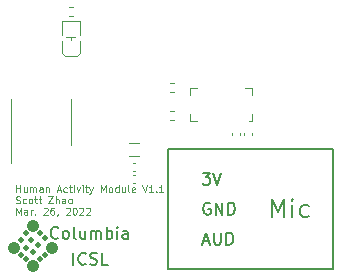
<source format=gbr>
%TF.GenerationSoftware,KiCad,Pcbnew,(6.0.0-0)*%
%TF.CreationDate,2022-03-26T01:05:03-04:00*%
%TF.ProjectId,human_activity,68756d61-6e5f-4616-9374-69766974792e,rev?*%
%TF.SameCoordinates,Original*%
%TF.FileFunction,Legend,Top*%
%TF.FilePolarity,Positive*%
%FSLAX46Y46*%
G04 Gerber Fmt 4.6, Leading zero omitted, Abs format (unit mm)*
G04 Created by KiCad (PCBNEW (6.0.0-0)) date 2022-03-26 01:05:03*
%MOMM*%
%LPD*%
G01*
G04 APERTURE LIST*
%ADD10C,0.152400*%
%ADD11C,0.080000*%
%ADD12C,0.150000*%
%ADD13C,0.200000*%
%ADD14C,0.120000*%
%ADD15C,0.500000*%
%ADD16C,1.000000*%
G04 APERTURE END LIST*
D10*
X120777000Y-75438000D02*
X106807000Y-75438000D01*
X106807000Y-75438000D02*
X106807000Y-85598000D01*
X106807000Y-85598000D02*
X120777000Y-85598000D01*
X120777000Y-85598000D02*
X120777000Y-75438000D01*
D11*
X93920857Y-79061428D02*
X93920857Y-78461428D01*
X93920857Y-78747142D02*
X94263714Y-78747142D01*
X94263714Y-79061428D02*
X94263714Y-78461428D01*
X94806571Y-78661428D02*
X94806571Y-79061428D01*
X94549428Y-78661428D02*
X94549428Y-78975714D01*
X94578000Y-79032857D01*
X94635142Y-79061428D01*
X94720857Y-79061428D01*
X94778000Y-79032857D01*
X94806571Y-79004285D01*
X95092285Y-79061428D02*
X95092285Y-78661428D01*
X95092285Y-78718571D02*
X95120857Y-78690000D01*
X95178000Y-78661428D01*
X95263714Y-78661428D01*
X95320857Y-78690000D01*
X95349428Y-78747142D01*
X95349428Y-79061428D01*
X95349428Y-78747142D02*
X95378000Y-78690000D01*
X95435142Y-78661428D01*
X95520857Y-78661428D01*
X95578000Y-78690000D01*
X95606571Y-78747142D01*
X95606571Y-79061428D01*
X96149428Y-79061428D02*
X96149428Y-78747142D01*
X96120857Y-78690000D01*
X96063714Y-78661428D01*
X95949428Y-78661428D01*
X95892285Y-78690000D01*
X96149428Y-79032857D02*
X96092285Y-79061428D01*
X95949428Y-79061428D01*
X95892285Y-79032857D01*
X95863714Y-78975714D01*
X95863714Y-78918571D01*
X95892285Y-78861428D01*
X95949428Y-78832857D01*
X96092285Y-78832857D01*
X96149428Y-78804285D01*
X96435142Y-78661428D02*
X96435142Y-79061428D01*
X96435142Y-78718571D02*
X96463714Y-78690000D01*
X96520857Y-78661428D01*
X96606571Y-78661428D01*
X96663714Y-78690000D01*
X96692285Y-78747142D01*
X96692285Y-79061428D01*
X97406571Y-78890000D02*
X97692285Y-78890000D01*
X97349428Y-79061428D02*
X97549428Y-78461428D01*
X97749428Y-79061428D01*
X98206571Y-79032857D02*
X98149428Y-79061428D01*
X98035142Y-79061428D01*
X97978000Y-79032857D01*
X97949428Y-79004285D01*
X97920857Y-78947142D01*
X97920857Y-78775714D01*
X97949428Y-78718571D01*
X97978000Y-78690000D01*
X98035142Y-78661428D01*
X98149428Y-78661428D01*
X98206571Y-78690000D01*
X98378000Y-78661428D02*
X98606571Y-78661428D01*
X98463714Y-78461428D02*
X98463714Y-78975714D01*
X98492285Y-79032857D01*
X98549428Y-79061428D01*
X98606571Y-79061428D01*
X98806571Y-79061428D02*
X98806571Y-78661428D01*
X98806571Y-78461428D02*
X98778000Y-78490000D01*
X98806571Y-78518571D01*
X98835142Y-78490000D01*
X98806571Y-78461428D01*
X98806571Y-78518571D01*
X99035142Y-78661428D02*
X99178000Y-79061428D01*
X99320857Y-78661428D01*
X99549428Y-79061428D02*
X99549428Y-78661428D01*
X99549428Y-78461428D02*
X99520857Y-78490000D01*
X99549428Y-78518571D01*
X99578000Y-78490000D01*
X99549428Y-78461428D01*
X99549428Y-78518571D01*
X99749428Y-78661428D02*
X99978000Y-78661428D01*
X99835142Y-78461428D02*
X99835142Y-78975714D01*
X99863714Y-79032857D01*
X99920857Y-79061428D01*
X99978000Y-79061428D01*
X100120857Y-78661428D02*
X100263714Y-79061428D01*
X100406571Y-78661428D02*
X100263714Y-79061428D01*
X100206571Y-79204285D01*
X100178000Y-79232857D01*
X100120857Y-79261428D01*
X101092285Y-79061428D02*
X101092285Y-78461428D01*
X101292285Y-78890000D01*
X101492285Y-78461428D01*
X101492285Y-79061428D01*
X101863714Y-79061428D02*
X101806571Y-79032857D01*
X101778000Y-79004285D01*
X101749428Y-78947142D01*
X101749428Y-78775714D01*
X101778000Y-78718571D01*
X101806571Y-78690000D01*
X101863714Y-78661428D01*
X101949428Y-78661428D01*
X102006571Y-78690000D01*
X102035142Y-78718571D01*
X102063714Y-78775714D01*
X102063714Y-78947142D01*
X102035142Y-79004285D01*
X102006571Y-79032857D01*
X101949428Y-79061428D01*
X101863714Y-79061428D01*
X102578000Y-79061428D02*
X102578000Y-78461428D01*
X102578000Y-79032857D02*
X102520857Y-79061428D01*
X102406571Y-79061428D01*
X102349428Y-79032857D01*
X102320857Y-79004285D01*
X102292285Y-78947142D01*
X102292285Y-78775714D01*
X102320857Y-78718571D01*
X102349428Y-78690000D01*
X102406571Y-78661428D01*
X102520857Y-78661428D01*
X102578000Y-78690000D01*
X103120857Y-78661428D02*
X103120857Y-79061428D01*
X102863714Y-78661428D02*
X102863714Y-78975714D01*
X102892285Y-79032857D01*
X102949428Y-79061428D01*
X103035142Y-79061428D01*
X103092285Y-79032857D01*
X103120857Y-79004285D01*
X103492285Y-79061428D02*
X103435142Y-79032857D01*
X103406571Y-78975714D01*
X103406571Y-78461428D01*
X103949428Y-79032857D02*
X103892285Y-79061428D01*
X103778000Y-79061428D01*
X103720857Y-79032857D01*
X103692285Y-78975714D01*
X103692285Y-78747142D01*
X103720857Y-78690000D01*
X103778000Y-78661428D01*
X103892285Y-78661428D01*
X103949428Y-78690000D01*
X103978000Y-78747142D01*
X103978000Y-78804285D01*
X103692285Y-78861428D01*
X104606571Y-78461428D02*
X104806571Y-79061428D01*
X105006571Y-78461428D01*
X105520857Y-79061428D02*
X105178000Y-79061428D01*
X105349428Y-79061428D02*
X105349428Y-78461428D01*
X105292285Y-78547142D01*
X105235142Y-78604285D01*
X105178000Y-78632857D01*
X105778000Y-79004285D02*
X105806571Y-79032857D01*
X105778000Y-79061428D01*
X105749428Y-79032857D01*
X105778000Y-79004285D01*
X105778000Y-79061428D01*
X106378000Y-79061428D02*
X106035142Y-79061428D01*
X106206571Y-79061428D02*
X106206571Y-78461428D01*
X106149428Y-78547142D01*
X106092285Y-78604285D01*
X106035142Y-78632857D01*
X93892285Y-79998857D02*
X93978000Y-80027428D01*
X94120857Y-80027428D01*
X94178000Y-79998857D01*
X94206571Y-79970285D01*
X94235142Y-79913142D01*
X94235142Y-79856000D01*
X94206571Y-79798857D01*
X94178000Y-79770285D01*
X94120857Y-79741714D01*
X94006571Y-79713142D01*
X93949428Y-79684571D01*
X93920857Y-79656000D01*
X93892285Y-79598857D01*
X93892285Y-79541714D01*
X93920857Y-79484571D01*
X93949428Y-79456000D01*
X94006571Y-79427428D01*
X94149428Y-79427428D01*
X94235142Y-79456000D01*
X94749428Y-79998857D02*
X94692285Y-80027428D01*
X94578000Y-80027428D01*
X94520857Y-79998857D01*
X94492285Y-79970285D01*
X94463714Y-79913142D01*
X94463714Y-79741714D01*
X94492285Y-79684571D01*
X94520857Y-79656000D01*
X94578000Y-79627428D01*
X94692285Y-79627428D01*
X94749428Y-79656000D01*
X95092285Y-80027428D02*
X95035142Y-79998857D01*
X95006571Y-79970285D01*
X94978000Y-79913142D01*
X94978000Y-79741714D01*
X95006571Y-79684571D01*
X95035142Y-79656000D01*
X95092285Y-79627428D01*
X95178000Y-79627428D01*
X95235142Y-79656000D01*
X95263714Y-79684571D01*
X95292285Y-79741714D01*
X95292285Y-79913142D01*
X95263714Y-79970285D01*
X95235142Y-79998857D01*
X95178000Y-80027428D01*
X95092285Y-80027428D01*
X95463714Y-79627428D02*
X95692285Y-79627428D01*
X95549428Y-79427428D02*
X95549428Y-79941714D01*
X95578000Y-79998857D01*
X95635142Y-80027428D01*
X95692285Y-80027428D01*
X95806571Y-79627428D02*
X96035142Y-79627428D01*
X95892285Y-79427428D02*
X95892285Y-79941714D01*
X95920857Y-79998857D01*
X95978000Y-80027428D01*
X96035142Y-80027428D01*
X96635142Y-79427428D02*
X97035142Y-79427428D01*
X96635142Y-80027428D01*
X97035142Y-80027428D01*
X97263714Y-80027428D02*
X97263714Y-79427428D01*
X97520857Y-80027428D02*
X97520857Y-79713142D01*
X97492285Y-79656000D01*
X97435142Y-79627428D01*
X97349428Y-79627428D01*
X97292285Y-79656000D01*
X97263714Y-79684571D01*
X98063714Y-80027428D02*
X98063714Y-79713142D01*
X98035142Y-79656000D01*
X97978000Y-79627428D01*
X97863714Y-79627428D01*
X97806571Y-79656000D01*
X98063714Y-79998857D02*
X98006571Y-80027428D01*
X97863714Y-80027428D01*
X97806571Y-79998857D01*
X97778000Y-79941714D01*
X97778000Y-79884571D01*
X97806571Y-79827428D01*
X97863714Y-79798857D01*
X98006571Y-79798857D01*
X98063714Y-79770285D01*
X98435142Y-80027428D02*
X98378000Y-79998857D01*
X98349428Y-79970285D01*
X98320857Y-79913142D01*
X98320857Y-79741714D01*
X98349428Y-79684571D01*
X98378000Y-79656000D01*
X98435142Y-79627428D01*
X98520857Y-79627428D01*
X98578000Y-79656000D01*
X98606571Y-79684571D01*
X98635142Y-79741714D01*
X98635142Y-79913142D01*
X98606571Y-79970285D01*
X98578000Y-79998857D01*
X98520857Y-80027428D01*
X98435142Y-80027428D01*
X93920857Y-80993428D02*
X93920857Y-80393428D01*
X94120857Y-80822000D01*
X94320857Y-80393428D01*
X94320857Y-80993428D01*
X94863714Y-80993428D02*
X94863714Y-80679142D01*
X94835142Y-80622000D01*
X94778000Y-80593428D01*
X94663714Y-80593428D01*
X94606571Y-80622000D01*
X94863714Y-80964857D02*
X94806571Y-80993428D01*
X94663714Y-80993428D01*
X94606571Y-80964857D01*
X94578000Y-80907714D01*
X94578000Y-80850571D01*
X94606571Y-80793428D01*
X94663714Y-80764857D01*
X94806571Y-80764857D01*
X94863714Y-80736285D01*
X95149428Y-80993428D02*
X95149428Y-80593428D01*
X95149428Y-80707714D02*
X95178000Y-80650571D01*
X95206571Y-80622000D01*
X95263714Y-80593428D01*
X95320857Y-80593428D01*
X95520857Y-80936285D02*
X95549428Y-80964857D01*
X95520857Y-80993428D01*
X95492285Y-80964857D01*
X95520857Y-80936285D01*
X95520857Y-80993428D01*
X96235142Y-80450571D02*
X96263714Y-80422000D01*
X96320857Y-80393428D01*
X96463714Y-80393428D01*
X96520857Y-80422000D01*
X96549428Y-80450571D01*
X96578000Y-80507714D01*
X96578000Y-80564857D01*
X96549428Y-80650571D01*
X96206571Y-80993428D01*
X96578000Y-80993428D01*
X97092285Y-80393428D02*
X96978000Y-80393428D01*
X96920857Y-80422000D01*
X96892285Y-80450571D01*
X96835142Y-80536285D01*
X96806571Y-80650571D01*
X96806571Y-80879142D01*
X96835142Y-80936285D01*
X96863714Y-80964857D01*
X96920857Y-80993428D01*
X97035142Y-80993428D01*
X97092285Y-80964857D01*
X97120857Y-80936285D01*
X97149428Y-80879142D01*
X97149428Y-80736285D01*
X97120857Y-80679142D01*
X97092285Y-80650571D01*
X97035142Y-80622000D01*
X96920857Y-80622000D01*
X96863714Y-80650571D01*
X96835142Y-80679142D01*
X96806571Y-80736285D01*
X97435142Y-80964857D02*
X97435142Y-80993428D01*
X97406571Y-81050571D01*
X97378000Y-81079142D01*
X98120857Y-80450571D02*
X98149428Y-80422000D01*
X98206571Y-80393428D01*
X98349428Y-80393428D01*
X98406571Y-80422000D01*
X98435142Y-80450571D01*
X98463714Y-80507714D01*
X98463714Y-80564857D01*
X98435142Y-80650571D01*
X98092285Y-80993428D01*
X98463714Y-80993428D01*
X98835142Y-80393428D02*
X98892285Y-80393428D01*
X98949428Y-80422000D01*
X98978000Y-80450571D01*
X99006571Y-80507714D01*
X99035142Y-80622000D01*
X99035142Y-80764857D01*
X99006571Y-80879142D01*
X98978000Y-80936285D01*
X98949428Y-80964857D01*
X98892285Y-80993428D01*
X98835142Y-80993428D01*
X98778000Y-80964857D01*
X98749428Y-80936285D01*
X98720857Y-80879142D01*
X98692285Y-80764857D01*
X98692285Y-80622000D01*
X98720857Y-80507714D01*
X98749428Y-80450571D01*
X98778000Y-80422000D01*
X98835142Y-80393428D01*
X99263714Y-80450571D02*
X99292285Y-80422000D01*
X99349428Y-80393428D01*
X99492285Y-80393428D01*
X99549428Y-80422000D01*
X99578000Y-80450571D01*
X99606571Y-80507714D01*
X99606571Y-80564857D01*
X99578000Y-80650571D01*
X99235142Y-80993428D01*
X99606571Y-80993428D01*
X99835142Y-80450571D02*
X99863714Y-80422000D01*
X99920857Y-80393428D01*
X100063714Y-80393428D01*
X100120857Y-80422000D01*
X100149428Y-80450571D01*
X100178000Y-80507714D01*
X100178000Y-80564857D01*
X100149428Y-80650571D01*
X99806571Y-80993428D01*
X100178000Y-80993428D01*
D12*
X109714357Y-77430380D02*
X110333404Y-77430380D01*
X110000071Y-77811333D01*
X110142928Y-77811333D01*
X110238166Y-77858952D01*
X110285785Y-77906571D01*
X110333404Y-78001809D01*
X110333404Y-78239904D01*
X110285785Y-78335142D01*
X110238166Y-78382761D01*
X110142928Y-78430380D01*
X109857214Y-78430380D01*
X109761976Y-78382761D01*
X109714357Y-78335142D01*
X110619119Y-77430380D02*
X110952452Y-78430380D01*
X111285785Y-77430380D01*
X109761976Y-83224666D02*
X110238166Y-83224666D01*
X109666738Y-83510380D02*
X110000071Y-82510380D01*
X110333404Y-83510380D01*
X110666738Y-82510380D02*
X110666738Y-83319904D01*
X110714357Y-83415142D01*
X110761976Y-83462761D01*
X110857214Y-83510380D01*
X111047690Y-83510380D01*
X111142928Y-83462761D01*
X111190547Y-83415142D01*
X111238166Y-83319904D01*
X111238166Y-82510380D01*
X111714357Y-83510380D02*
X111714357Y-82510380D01*
X111952452Y-82510380D01*
X112095309Y-82558000D01*
X112190547Y-82653238D01*
X112238166Y-82748476D01*
X112285785Y-82938952D01*
X112285785Y-83081809D01*
X112238166Y-83272285D01*
X112190547Y-83367523D01*
X112095309Y-83462761D01*
X111952452Y-83510380D01*
X111714357Y-83510380D01*
D13*
X115594000Y-81196571D02*
X115594000Y-79696571D01*
X116094000Y-80768000D01*
X116594000Y-79696571D01*
X116594000Y-81196571D01*
X117308285Y-81196571D02*
X117308285Y-80196571D01*
X117308285Y-79696571D02*
X117236857Y-79768000D01*
X117308285Y-79839428D01*
X117379714Y-79768000D01*
X117308285Y-79696571D01*
X117308285Y-79839428D01*
X118665428Y-81125142D02*
X118522571Y-81196571D01*
X118236857Y-81196571D01*
X118094000Y-81125142D01*
X118022571Y-81053714D01*
X117951142Y-80910857D01*
X117951142Y-80482285D01*
X118022571Y-80339428D01*
X118094000Y-80268000D01*
X118236857Y-80196571D01*
X118522571Y-80196571D01*
X118665428Y-80268000D01*
D12*
X110333404Y-80018000D02*
X110238166Y-79970380D01*
X110095309Y-79970380D01*
X109952452Y-80018000D01*
X109857214Y-80113238D01*
X109809595Y-80208476D01*
X109761976Y-80398952D01*
X109761976Y-80541809D01*
X109809595Y-80732285D01*
X109857214Y-80827523D01*
X109952452Y-80922761D01*
X110095309Y-80970380D01*
X110190547Y-80970380D01*
X110333404Y-80922761D01*
X110381023Y-80875142D01*
X110381023Y-80541809D01*
X110190547Y-80541809D01*
X110809595Y-80970380D02*
X110809595Y-79970380D01*
X111381023Y-80970380D01*
X111381023Y-79970380D01*
X111857214Y-80970380D02*
X111857214Y-79970380D01*
X112095309Y-79970380D01*
X112238166Y-80018000D01*
X112333404Y-80113238D01*
X112381023Y-80208476D01*
X112428642Y-80398952D01*
X112428642Y-80541809D01*
X112381023Y-80732285D01*
X112333404Y-80827523D01*
X112238166Y-80922761D01*
X112095309Y-80970380D01*
X111857214Y-80970380D01*
D13*
%TO.C,U2*%
X98755047Y-85218380D02*
X98755047Y-84218380D01*
X99802666Y-85123142D02*
X99755047Y-85170761D01*
X99612190Y-85218380D01*
X99516952Y-85218380D01*
X99374095Y-85170761D01*
X99278857Y-85075523D01*
X99231238Y-84980285D01*
X99183619Y-84789809D01*
X99183619Y-84646952D01*
X99231238Y-84456476D01*
X99278857Y-84361238D01*
X99374095Y-84266000D01*
X99516952Y-84218380D01*
X99612190Y-84218380D01*
X99755047Y-84266000D01*
X99802666Y-84313619D01*
X100183619Y-85170761D02*
X100326476Y-85218380D01*
X100564571Y-85218380D01*
X100659809Y-85170761D01*
X100707428Y-85123142D01*
X100755047Y-85027904D01*
X100755047Y-84932666D01*
X100707428Y-84837428D01*
X100659809Y-84789809D01*
X100564571Y-84742190D01*
X100374095Y-84694571D01*
X100278857Y-84646952D01*
X100231238Y-84599333D01*
X100183619Y-84504095D01*
X100183619Y-84408857D01*
X100231238Y-84313619D01*
X100278857Y-84266000D01*
X100374095Y-84218380D01*
X100612190Y-84218380D01*
X100755047Y-84266000D01*
X101659809Y-85218380D02*
X101183619Y-85218380D01*
X101183619Y-84218380D01*
X97469333Y-82923142D02*
X97421714Y-82970761D01*
X97278857Y-83018380D01*
X97183619Y-83018380D01*
X97040761Y-82970761D01*
X96945523Y-82875523D01*
X96897904Y-82780285D01*
X96850285Y-82589809D01*
X96850285Y-82446952D01*
X96897904Y-82256476D01*
X96945523Y-82161238D01*
X97040761Y-82066000D01*
X97183619Y-82018380D01*
X97278857Y-82018380D01*
X97421714Y-82066000D01*
X97469333Y-82113619D01*
X98040761Y-83018380D02*
X97945523Y-82970761D01*
X97897904Y-82923142D01*
X97850285Y-82827904D01*
X97850285Y-82542190D01*
X97897904Y-82446952D01*
X97945523Y-82399333D01*
X98040761Y-82351714D01*
X98183619Y-82351714D01*
X98278857Y-82399333D01*
X98326476Y-82446952D01*
X98374095Y-82542190D01*
X98374095Y-82827904D01*
X98326476Y-82923142D01*
X98278857Y-82970761D01*
X98183619Y-83018380D01*
X98040761Y-83018380D01*
X98945523Y-83018380D02*
X98850285Y-82970761D01*
X98802666Y-82875523D01*
X98802666Y-82018380D01*
X99755047Y-82351714D02*
X99755047Y-83018380D01*
X99326476Y-82351714D02*
X99326476Y-82875523D01*
X99374095Y-82970761D01*
X99469333Y-83018380D01*
X99612190Y-83018380D01*
X99707428Y-82970761D01*
X99755047Y-82923142D01*
X100231238Y-83018380D02*
X100231238Y-82351714D01*
X100231238Y-82446952D02*
X100278857Y-82399333D01*
X100374095Y-82351714D01*
X100516952Y-82351714D01*
X100612190Y-82399333D01*
X100659809Y-82494571D01*
X100659809Y-83018380D01*
X100659809Y-82494571D02*
X100707428Y-82399333D01*
X100802666Y-82351714D01*
X100945523Y-82351714D01*
X101040761Y-82399333D01*
X101088380Y-82494571D01*
X101088380Y-83018380D01*
X101564571Y-83018380D02*
X101564571Y-82018380D01*
X101564571Y-82399333D02*
X101659809Y-82351714D01*
X101850285Y-82351714D01*
X101945523Y-82399333D01*
X101993142Y-82446952D01*
X102040761Y-82542190D01*
X102040761Y-82827904D01*
X101993142Y-82923142D01*
X101945523Y-82970761D01*
X101850285Y-83018380D01*
X101659809Y-83018380D01*
X101564571Y-82970761D01*
X102469333Y-83018380D02*
X102469333Y-82351714D01*
X102469333Y-82018380D02*
X102421714Y-82066000D01*
X102469333Y-82113619D01*
X102516952Y-82066000D01*
X102469333Y-82018380D01*
X102469333Y-82113619D01*
X103374095Y-83018380D02*
X103374095Y-82494571D01*
X103326476Y-82399333D01*
X103231238Y-82351714D01*
X103040761Y-82351714D01*
X102945523Y-82399333D01*
X103374095Y-82970761D02*
X103278857Y-83018380D01*
X103040761Y-83018380D01*
X102945523Y-82970761D01*
X102897904Y-82875523D01*
X102897904Y-82780285D01*
X102945523Y-82685047D01*
X103040761Y-82637428D01*
X103278857Y-82637428D01*
X103374095Y-82589809D01*
D14*
%TO.C,R3*%
X98705641Y-64134000D02*
X98398359Y-64134000D01*
X98705641Y-63374000D02*
X98398359Y-63374000D01*
%TO.C,FB1*%
X103486378Y-74878000D02*
X104285622Y-74878000D01*
X103486378Y-75998000D02*
X104285622Y-75998000D01*
%TO.C,C1*%
X103993836Y-77322000D02*
X103778164Y-77322000D01*
X103993836Y-76602000D02*
X103778164Y-76602000D01*
%TO.C,R1*%
X106946359Y-72220000D02*
X107253641Y-72220000D01*
X106946359Y-72980000D02*
X107253641Y-72980000D01*
%TO.C,C3*%
X103993836Y-78338000D02*
X103778164Y-78338000D01*
X103993836Y-77618000D02*
X103778164Y-77618000D01*
%TO.C,U3*%
X93452000Y-73152000D02*
X93452000Y-76602000D01*
X98572000Y-73152000D02*
X98572000Y-71202000D01*
X93452000Y-73152000D02*
X93452000Y-71202000D01*
X98572000Y-73152000D02*
X98572000Y-75102000D01*
D15*
%TO.C,U2*%
X95936000Y-84766000D02*
G75*
G03*
X95936000Y-84766000I0J0D01*
G01*
X94736000Y-84766000D02*
G75*
G03*
X94736000Y-84766000I0J0D01*
G01*
X94336000Y-84366000D02*
G75*
G03*
X94336000Y-84366000I0J0D01*
G01*
X96336000Y-84366000D02*
G75*
G03*
X96336000Y-84366000I0J0D01*
G01*
X95136000Y-83166000D02*
G75*
G03*
X95136000Y-83166000I0J0D01*
G01*
X95936000Y-82566000D02*
G75*
G03*
X95936000Y-82566000I0J0D01*
G01*
X94336000Y-83166000D02*
G75*
G03*
X94336000Y-83166000I0J0D01*
G01*
D16*
X93736000Y-83766000D02*
G75*
G03*
X93736000Y-83766000I0J0D01*
G01*
D15*
X96336000Y-82966000D02*
G75*
G03*
X96336000Y-82966000I0J0D01*
G01*
D16*
X96936000Y-83766000D02*
G75*
G03*
X96936000Y-83766000I0J0D01*
G01*
D15*
X94736000Y-82566000D02*
G75*
G03*
X94736000Y-82566000I0J0D01*
G01*
X95336000Y-84166000D02*
G75*
G03*
X95336000Y-84166000I0J0D01*
G01*
X94736000Y-83766000D02*
G75*
G03*
X94736000Y-83766000I0J0D01*
G01*
D16*
X95336000Y-85366000D02*
G75*
G03*
X95336000Y-85366000I0J0D01*
G01*
D15*
X95736000Y-83566000D02*
G75*
G03*
X95736000Y-83566000I0J0D01*
G01*
D16*
X95336000Y-81966000D02*
G75*
G03*
X95336000Y-81966000I0J0D01*
G01*
D14*
%TO.C,C2*%
X112882000Y-74060164D02*
X112882000Y-74275836D01*
X112162000Y-74060164D02*
X112162000Y-74275836D01*
%TO.C,U1*%
X108652000Y-73028000D02*
X108652000Y-72428000D01*
X108652000Y-70828000D02*
X108652000Y-70228000D01*
X113252000Y-70228000D02*
X113852000Y-70228000D01*
X113852000Y-70228000D02*
X113852000Y-70828000D01*
X109252000Y-73028000D02*
X108652000Y-73028000D01*
X113852000Y-73028000D02*
X113652000Y-73028000D01*
X113852000Y-73028000D02*
X113852000Y-72428000D01*
X108652000Y-70228000D02*
X109252000Y-70228000D01*
%TO.C,R2*%
X106946359Y-70580000D02*
X107253641Y-70580000D01*
X106946359Y-69820000D02*
X107253641Y-69820000D01*
%TO.C,D1*%
X99287000Y-67310000D02*
X99060000Y-67564000D01*
X98552000Y-65913000D02*
X98552000Y-66167000D01*
X98171000Y-65913000D02*
X98933000Y-65913000D01*
X99287000Y-65786000D02*
X99287000Y-64555000D01*
X97817000Y-66294000D02*
X97817000Y-67310000D01*
X97817000Y-64555000D02*
X97817000Y-65786000D01*
X98044000Y-67564000D02*
X97817000Y-67310000D01*
X99060000Y-67564000D02*
X98044000Y-67564000D01*
X99287000Y-67310000D02*
X99287000Y-66294000D01*
X99287000Y-64555000D02*
X97817000Y-64555000D01*
%TO.C,C4*%
X113898000Y-74060164D02*
X113898000Y-74275836D01*
X113178000Y-74060164D02*
X113178000Y-74275836D01*
%TD*%
M02*

</source>
